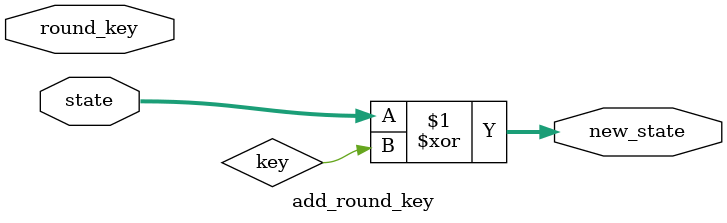
<source format=sv>

module add_round_key(input logic [127:0] state, round_key,
                     output logic [127:0] new_state);

    assign new_state = state ^ key;

endmodule


</source>
